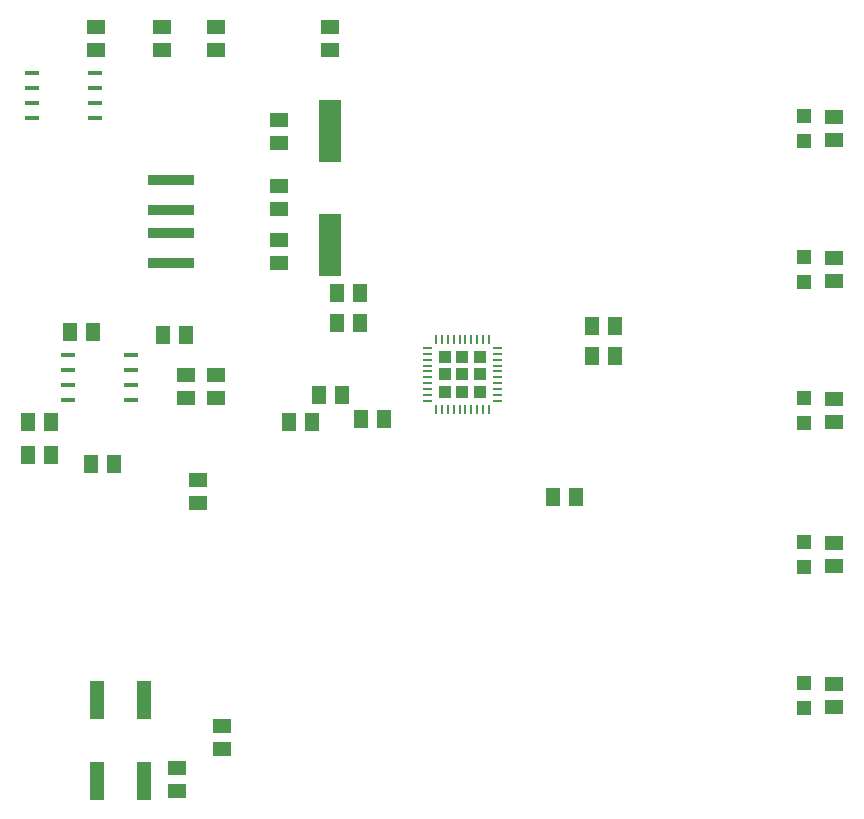
<source format=gtp>
G75*
%MOIN*%
%OFA0B0*%
%FSLAX24Y24*%
%IPPOS*%
%LPD*%
%AMOC8*
5,1,8,0,0,1.08239X$1,22.5*
%
%ADD10R,0.0472X0.1260*%
%ADD11C,0.0098*%
%ADD12R,0.0098X0.0266*%
%ADD13R,0.0266X0.0098*%
%ADD14R,0.0413X0.0413*%
%ADD15R,0.0472X0.0157*%
%ADD16R,0.0591X0.0512*%
%ADD17R,0.0512X0.0591*%
%ADD18R,0.0760X0.2100*%
%ADD19R,0.0472X0.0472*%
%ADD20R,0.1575X0.0354*%
D10*
X006712Y001811D03*
X008287Y001811D03*
X008287Y004489D03*
X006712Y004489D03*
D11*
X018014Y014287D03*
X018211Y014287D03*
X018407Y014287D03*
X018604Y014287D03*
X018801Y014287D03*
X018998Y014287D03*
X019195Y014287D03*
X019392Y014287D03*
X019589Y014287D03*
X019785Y014287D03*
X019963Y014464D03*
X019963Y014661D03*
X019963Y014858D03*
X019963Y015055D03*
X019963Y015252D03*
X019963Y015448D03*
X019963Y015645D03*
X019963Y015842D03*
X019963Y016039D03*
X019963Y016236D03*
X019785Y016413D03*
X019589Y016413D03*
X019392Y016413D03*
X019195Y016413D03*
X018998Y016413D03*
X018801Y016413D03*
X018604Y016413D03*
X018407Y016413D03*
X018211Y016413D03*
X018014Y016413D03*
X017837Y016236D03*
X017837Y016039D03*
X017837Y015842D03*
X017837Y015645D03*
X017837Y015448D03*
X017837Y015252D03*
X017837Y015055D03*
X017837Y014858D03*
X017837Y014661D03*
X017837Y014464D03*
D12*
X018014Y014154D03*
X018211Y014154D03*
X018407Y014154D03*
X018604Y014154D03*
X018801Y014154D03*
X018998Y014154D03*
X019195Y014154D03*
X019392Y014154D03*
X019589Y014154D03*
X019785Y014154D03*
X019785Y016546D03*
X019589Y016546D03*
X019392Y016546D03*
X019195Y016546D03*
X018998Y016546D03*
X018801Y016546D03*
X018604Y016546D03*
X018407Y016546D03*
X018211Y016546D03*
X018014Y016546D03*
D13*
X017704Y016236D03*
X017704Y016039D03*
X017704Y015842D03*
X017704Y015645D03*
X017704Y015448D03*
X017704Y015252D03*
X017704Y015055D03*
X017704Y014858D03*
X017704Y014661D03*
X017704Y014464D03*
X020095Y014464D03*
X020095Y014661D03*
X020095Y014858D03*
X020095Y015055D03*
X020095Y015252D03*
X020095Y015448D03*
X020095Y015645D03*
X020095Y015842D03*
X020095Y016039D03*
X020095Y016236D03*
D14*
X019470Y015921D03*
X018900Y015921D03*
X018900Y015350D03*
X019470Y015350D03*
X019470Y014779D03*
X018900Y014779D03*
X018329Y014779D03*
X018329Y015350D03*
X018329Y015921D03*
D15*
X007843Y016000D03*
X007843Y015500D03*
X007843Y015000D03*
X007843Y014500D03*
X005756Y014500D03*
X005756Y015000D03*
X005756Y015500D03*
X005756Y016000D03*
X006643Y023900D03*
X006643Y024400D03*
X006643Y024900D03*
X006643Y025400D03*
X004556Y025400D03*
X004556Y024900D03*
X004556Y024400D03*
X004556Y023900D03*
D16*
X006700Y026176D03*
X006700Y026924D03*
X008900Y026924D03*
X008900Y026176D03*
X010700Y026176D03*
X010700Y026924D03*
X014500Y026924D03*
X014500Y026176D03*
X012800Y023824D03*
X012800Y023076D03*
X012800Y021624D03*
X012800Y020876D03*
X012800Y019824D03*
X012800Y019076D03*
X010700Y015324D03*
X010700Y014576D03*
X009700Y014576D03*
X009700Y015324D03*
X010100Y011824D03*
X010100Y011076D03*
X010900Y003624D03*
X010900Y002876D03*
X009400Y002224D03*
X009400Y001476D03*
X031300Y004276D03*
X031300Y005024D03*
X031300Y008976D03*
X031300Y009724D03*
X031300Y013776D03*
X031300Y014524D03*
X031300Y018476D03*
X031300Y019224D03*
X031300Y023176D03*
X031300Y023924D03*
D17*
X023974Y016950D03*
X023226Y016950D03*
X023226Y015950D03*
X023974Y015950D03*
X022674Y011250D03*
X021926Y011250D03*
X016274Y013850D03*
X015526Y013850D03*
X014874Y014650D03*
X014126Y014650D03*
X013874Y013750D03*
X013126Y013750D03*
X009674Y016650D03*
X008926Y016650D03*
X006574Y016750D03*
X005826Y016750D03*
X005174Y013750D03*
X004426Y013750D03*
X004426Y012650D03*
X005174Y012650D03*
X006526Y012350D03*
X007274Y012350D03*
X014726Y017050D03*
X015474Y017050D03*
X015474Y018050D03*
X014726Y018050D03*
D18*
X014500Y019650D03*
X014500Y023450D03*
D19*
X030300Y023137D03*
X030300Y023963D03*
X030300Y019263D03*
X030300Y018437D03*
X030300Y014563D03*
X030300Y013737D03*
X030300Y009763D03*
X030300Y008937D03*
X030300Y005063D03*
X030300Y004237D03*
D20*
X009171Y019072D03*
X009171Y020056D03*
X009171Y020844D03*
X009171Y021828D03*
M02*

</source>
